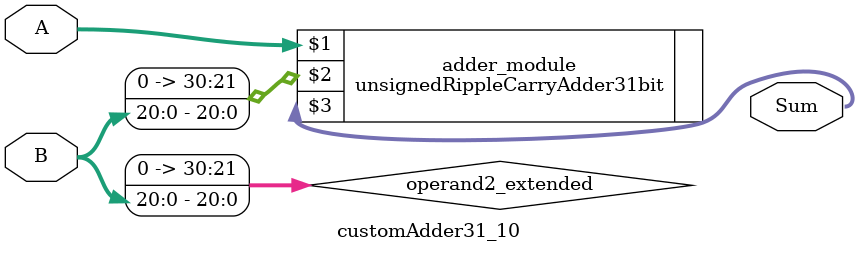
<source format=v>

module customAdder31_10(
                    input [30 : 0] A,
                    input [20 : 0] B,
                    
                    output [31 : 0] Sum
            );

    wire [30 : 0] operand2_extended;
    
    assign operand2_extended =  {10'b0, B};
    
    unsignedRippleCarryAdder31bit adder_module(
        A,
        operand2_extended,
        Sum
    );
    
endmodule
        
</source>
